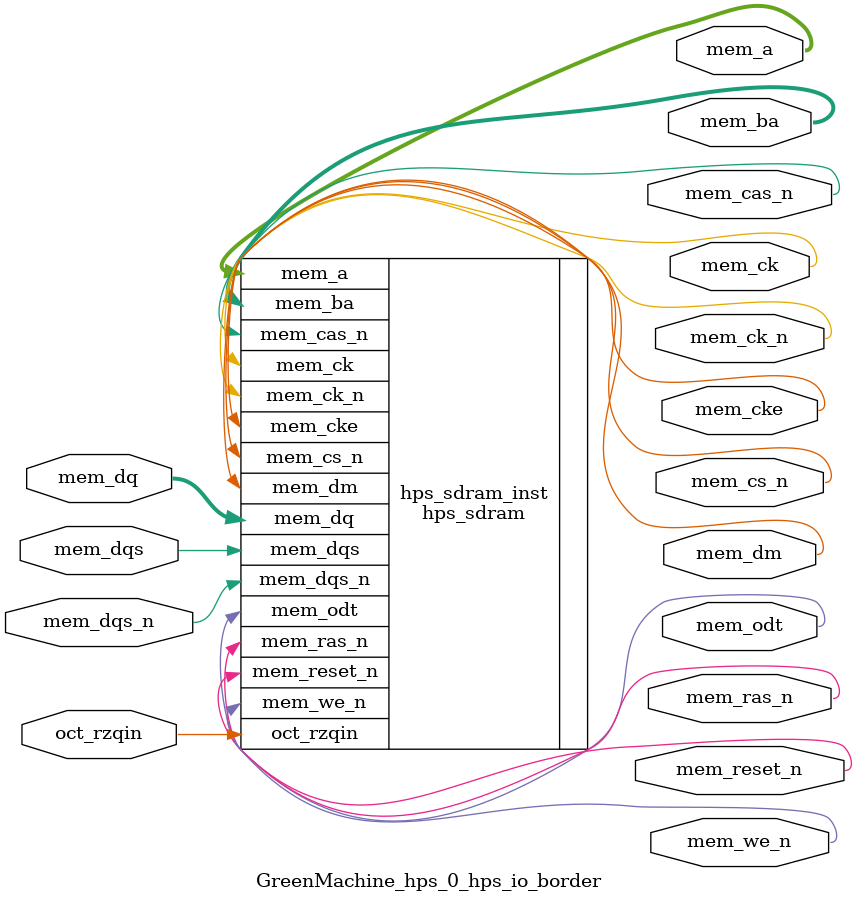
<source format=sv>


module GreenMachine_hps_0_hps_io_border(
// memory
  output wire [13 - 1 : 0 ] mem_a
 ,output wire [3 - 1 : 0 ] mem_ba
 ,output wire [1 - 1 : 0 ] mem_ck
 ,output wire [1 - 1 : 0 ] mem_ck_n
 ,output wire [1 - 1 : 0 ] mem_cke
 ,output wire [1 - 1 : 0 ] mem_cs_n
 ,output wire [1 - 1 : 0 ] mem_ras_n
 ,output wire [1 - 1 : 0 ] mem_cas_n
 ,output wire [1 - 1 : 0 ] mem_we_n
 ,output wire [1 - 1 : 0 ] mem_reset_n
 ,inout wire [8 - 1 : 0 ] mem_dq
 ,inout wire [1 - 1 : 0 ] mem_dqs
 ,inout wire [1 - 1 : 0 ] mem_dqs_n
 ,output wire [1 - 1 : 0 ] mem_odt
 ,output wire [1 - 1 : 0 ] mem_dm
 ,input wire [1 - 1 : 0 ] oct_rzqin
);


hps_sdram hps_sdram_inst(
 .mem_dq({
    mem_dq[7:0] // 7:0
  })
,.mem_odt({
    mem_odt[0:0] // 0:0
  })
,.mem_ras_n({
    mem_ras_n[0:0] // 0:0
  })
,.mem_dqs_n({
    mem_dqs_n[0:0] // 0:0
  })
,.mem_dqs({
    mem_dqs[0:0] // 0:0
  })
,.mem_dm({
    mem_dm[0:0] // 0:0
  })
,.mem_we_n({
    mem_we_n[0:0] // 0:0
  })
,.mem_cas_n({
    mem_cas_n[0:0] // 0:0
  })
,.mem_ba({
    mem_ba[2:0] // 2:0
  })
,.mem_a({
    mem_a[12:0] // 12:0
  })
,.mem_cs_n({
    mem_cs_n[0:0] // 0:0
  })
,.mem_ck({
    mem_ck[0:0] // 0:0
  })
,.mem_cke({
    mem_cke[0:0] // 0:0
  })
,.oct_rzqin({
    oct_rzqin[0:0] // 0:0
  })
,.mem_reset_n({
    mem_reset_n[0:0] // 0:0
  })
,.mem_ck_n({
    mem_ck_n[0:0] // 0:0
  })
);

endmodule


</source>
